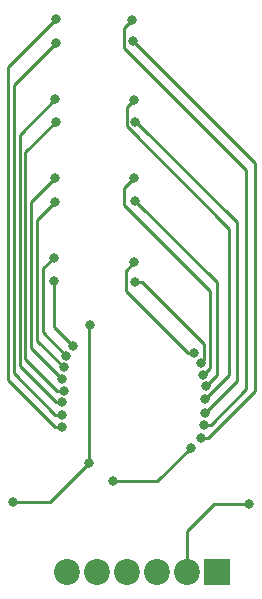
<source format=gbl>
%TF.GenerationSoftware,KiCad,Pcbnew,(5.1.12)-1*%
%TF.CreationDate,2022-08-18T12:28:12-07:00*%
%TF.ProjectId,HighPressureSensorArray,48696768-5072-4657-9373-75726553656e,rev?*%
%TF.SameCoordinates,Original*%
%TF.FileFunction,Copper,L2,Bot*%
%TF.FilePolarity,Positive*%
%FSLAX46Y46*%
G04 Gerber Fmt 4.6, Leading zero omitted, Abs format (unit mm)*
G04 Created by KiCad (PCBNEW (5.1.12)-1) date 2022-08-18 12:28:12*
%MOMM*%
%LPD*%
G01*
G04 APERTURE LIST*
%TA.AperFunction,ComponentPad*%
%ADD10R,2.200000X2.200000*%
%TD*%
%TA.AperFunction,ComponentPad*%
%ADD11C,2.200000*%
%TD*%
%TA.AperFunction,ViaPad*%
%ADD12C,0.800000*%
%TD*%
%TA.AperFunction,Conductor*%
%ADD13C,0.250000*%
%TD*%
G04 APERTURE END LIST*
D10*
X137300000Y-94200000D03*
D11*
X134760000Y-94200000D03*
X132220000Y-94200000D03*
X129680000Y-94200000D03*
X127140000Y-94200000D03*
X124600000Y-94200000D03*
D12*
X135075014Y-83690823D03*
X128500000Y-86500000D03*
X140025000Y-88475000D03*
X126500000Y-84999992D03*
X120075000Y-88325000D03*
X126600000Y-73300000D03*
X135957465Y-76531326D03*
X130400000Y-69700000D03*
X135404961Y-75697802D03*
X130300000Y-67999998D03*
X136366985Y-78488605D03*
X130400000Y-62800000D03*
X136143606Y-77513861D03*
X130300000Y-60900000D03*
X136335351Y-80736365D03*
X130400000Y-56100000D03*
X136336190Y-79586190D03*
X130277055Y-54283999D03*
X135957015Y-82847552D03*
X130200000Y-49300000D03*
X136249994Y-81750000D03*
X130100006Y-47500000D03*
X124192304Y-80895655D03*
X123700000Y-49400000D03*
X124171929Y-81941350D03*
X123699996Y-47400000D03*
X124356250Y-78855314D03*
X123700000Y-56100000D03*
X124217049Y-79845590D03*
X123600000Y-54200000D03*
X124334858Y-76867717D03*
X123600002Y-62900000D03*
X124234774Y-77862708D03*
X123600000Y-60900000D03*
X125122606Y-75066477D03*
X123500000Y-69600000D03*
X124560360Y-75893462D03*
X123499996Y-67600000D03*
D13*
X135075014Y-83690823D02*
X132265837Y-86500000D01*
X132265837Y-86500000D02*
X128500000Y-86500000D01*
X123174992Y-88325000D02*
X126500000Y-84999992D01*
X120075000Y-88325000D02*
X123174992Y-88325000D01*
X126500000Y-73400000D02*
X126600000Y-73300000D01*
X126500000Y-84999992D02*
X126500000Y-73400000D01*
X134760000Y-90740000D02*
X134760000Y-94200000D01*
X137025000Y-88475000D02*
X134760000Y-90740000D01*
X140025000Y-88475000D02*
X137025000Y-88475000D01*
X130965685Y-69700000D02*
X130400000Y-69700000D01*
X135957465Y-76531326D02*
X136225001Y-76263790D01*
X136225001Y-76263790D02*
X136225001Y-74959316D01*
X136225001Y-74959316D02*
X130965685Y-69700000D01*
X129574998Y-68725000D02*
X130300000Y-67999998D01*
X129574998Y-70433524D02*
X129574998Y-68725000D01*
X135404961Y-75697802D02*
X134839276Y-75697802D01*
X134839276Y-75697802D02*
X129574998Y-70433524D01*
X137300000Y-69700000D02*
X130400000Y-62800000D01*
X137300000Y-77555590D02*
X137300000Y-69700000D01*
X136366985Y-78488605D02*
X137300000Y-77555590D01*
X129474998Y-61725002D02*
X130300000Y-60900000D01*
X129474998Y-63174998D02*
X129474998Y-61725002D01*
X136700000Y-70400000D02*
X129474998Y-63174998D01*
X136700000Y-76957467D02*
X136700000Y-70400000D01*
X136143606Y-77513861D02*
X136700000Y-76957467D01*
X130500000Y-56100000D02*
X130400000Y-56100000D01*
X139000000Y-64600000D02*
X130500000Y-56100000D01*
X139000000Y-78071716D02*
X139000000Y-64600000D01*
X136335351Y-80736365D02*
X139000000Y-78071716D01*
X138374054Y-65147058D02*
X129674998Y-56448002D01*
X129674998Y-56448002D02*
X129674998Y-54886056D01*
X138374054Y-77548326D02*
X138374054Y-65147058D01*
X129674998Y-54886056D02*
X130277055Y-54283999D01*
X136336190Y-79586190D02*
X138374054Y-77548326D01*
X140499999Y-78870253D02*
X140499999Y-59599999D01*
X140499999Y-59599999D02*
X130200000Y-49300000D01*
X136522700Y-82847552D02*
X140499999Y-78870253D01*
X135957015Y-82847552D02*
X136522700Y-82847552D01*
X129474998Y-48125008D02*
X130100006Y-47500000D01*
X129474998Y-49848002D02*
X129474998Y-48125008D01*
X139799999Y-60173003D02*
X129474998Y-49848002D01*
X139799999Y-78765680D02*
X139799999Y-60173003D01*
X136815679Y-81750000D02*
X139799999Y-78765680D01*
X136249994Y-81750000D02*
X136815679Y-81750000D01*
X120100000Y-53000000D02*
X123700000Y-49400000D01*
X123626619Y-80895655D02*
X120100000Y-77369036D01*
X120100000Y-77369036D02*
X120100000Y-53000000D01*
X124192304Y-80895655D02*
X123626619Y-80895655D01*
X119600000Y-51499996D02*
X123699996Y-47400000D01*
X119600000Y-77935106D02*
X119600000Y-51499996D01*
X123606244Y-81941350D02*
X119600000Y-77935106D01*
X124171929Y-81941350D02*
X123606244Y-81941350D01*
X121100000Y-58700000D02*
X123700000Y-56100000D01*
X121100000Y-76164749D02*
X121100000Y-58700000D01*
X123790565Y-78855314D02*
X121100000Y-76164749D01*
X124356250Y-78855314D02*
X123790565Y-78855314D01*
X120600000Y-76794226D02*
X120600000Y-57200000D01*
X123651364Y-79845590D02*
X120600000Y-76794226D01*
X120600000Y-57200000D02*
X123600000Y-54200000D01*
X124217049Y-79845590D02*
X123651364Y-79845590D01*
X122100000Y-64400002D02*
X123600002Y-62900000D01*
X122100000Y-74632859D02*
X122100000Y-64400002D01*
X124334858Y-76867717D02*
X122100000Y-74632859D01*
X123200001Y-61299999D02*
X123600000Y-60900000D01*
X121600000Y-62900000D02*
X123200001Y-61299999D01*
X121600000Y-75227934D02*
X121600000Y-62900000D01*
X124234774Y-77862708D02*
X121600000Y-75227934D01*
X125122606Y-75066477D02*
X123500000Y-73443871D01*
X123500000Y-73443871D02*
X123500000Y-69600000D01*
X122600000Y-68499996D02*
X123499996Y-67600000D01*
X122600000Y-73933102D02*
X122600000Y-68499996D01*
X124560360Y-75893462D02*
X122600000Y-73933102D01*
M02*

</source>
